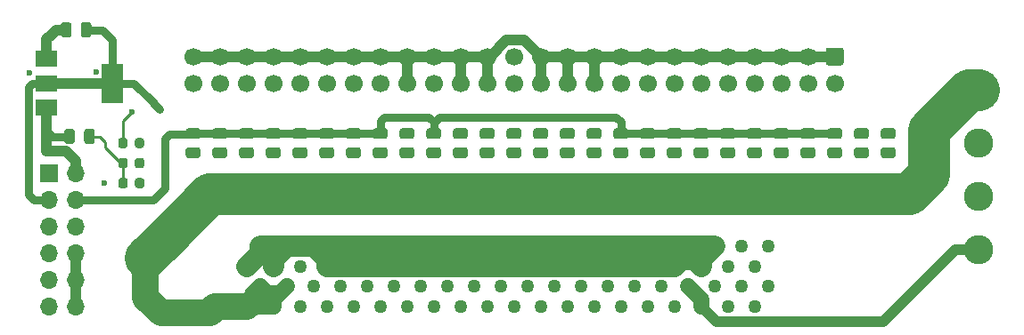
<source format=gbr>
%TF.GenerationSoftware,KiCad,Pcbnew,(5.1.7)-1*%
%TF.CreationDate,2021-02-10T19:53:02+00:00*%
%TF.ProjectId,SCSI to SCA MK5.1,53435349-2074-46f2-9053-4341204d4b35,rev?*%
%TF.SameCoordinates,Original*%
%TF.FileFunction,Copper,L1,Top*%
%TF.FilePolarity,Positive*%
%FSLAX46Y46*%
G04 Gerber Fmt 4.6, Leading zero omitted, Abs format (unit mm)*
G04 Created by KiCad (PCBNEW (5.1.7)-1) date 2021-02-10 19:53:02*
%MOMM*%
%LPD*%
G01*
G04 APERTURE LIST*
%TA.AperFunction,ComponentPad*%
%ADD10O,1.700000X1.700000*%
%TD*%
%TA.AperFunction,ComponentPad*%
%ADD11R,1.700000X1.700000*%
%TD*%
%TA.AperFunction,SMDPad,CuDef*%
%ADD12R,2.000000X1.500000*%
%TD*%
%TA.AperFunction,SMDPad,CuDef*%
%ADD13R,2.000000X3.800000*%
%TD*%
%TA.AperFunction,ComponentPad*%
%ADD14C,1.700000*%
%TD*%
%TA.AperFunction,ComponentPad*%
%ADD15C,2.780000*%
%TD*%
%TA.AperFunction,ComponentPad*%
%ADD16R,2.780000X2.780000*%
%TD*%
%TA.AperFunction,ComponentPad*%
%ADD17C,1.270000*%
%TD*%
%TA.AperFunction,ViaPad*%
%ADD18C,0.800000*%
%TD*%
%TA.AperFunction,ViaPad*%
%ADD19C,0.600000*%
%TD*%
%TA.AperFunction,Conductor*%
%ADD20C,0.750000*%
%TD*%
%TA.AperFunction,Conductor*%
%ADD21C,1.000000*%
%TD*%
%TA.AperFunction,Conductor*%
%ADD22C,0.250000*%
%TD*%
%TA.AperFunction,Conductor*%
%ADD23C,1.500000*%
%TD*%
%TA.AperFunction,Conductor*%
%ADD24C,2.000000*%
%TD*%
%TA.AperFunction,Conductor*%
%ADD25C,4.000000*%
%TD*%
%TA.AperFunction,Conductor*%
%ADD26C,2.500000*%
%TD*%
G04 APERTURE END LIST*
D10*
%TO.P,J2,12*%
%TO.N,GND*%
X35179000Y-147637500D03*
%TO.P,J2,11*%
%TO.N,/ID2*%
X32639000Y-147637500D03*
%TO.P,J2,10*%
%TO.N,GND*%
X35179000Y-145097500D03*
%TO.P,J2,9*%
%TO.N,/ID1*%
X32639000Y-145097500D03*
%TO.P,J2,8*%
%TO.N,GND*%
X35179000Y-142557500D03*
%TO.P,J2,7*%
%TO.N,/ID0*%
X32639000Y-142557500D03*
%TO.P,J2,6*%
%TO.N,Net-(J2-Pad6)*%
X35179000Y-140017500D03*
%TO.P,J2,5*%
%TO.N,/LED_T*%
X32639000Y-140017500D03*
%TO.P,J2,4*%
%TO.N,/TERMPWR_8BIT*%
X35179000Y-137477500D03*
%TO.P,J2,3*%
%TO.N,/TERMPWR_REG*%
X32639000Y-137477500D03*
%TO.P,J2,2*%
%TO.N,/TERMPWR*%
X35179000Y-134937500D03*
D11*
%TO.P,J2,1*%
%TO.N,Net-(F1-Pad2)*%
X32639000Y-134937500D03*
%TD*%
D12*
%TO.P,U1,1*%
%TO.N,GND*%
X32410000Y-124065000D03*
%TO.P,U1,3*%
%TO.N,/TERMPWR*%
X32410000Y-128665000D03*
%TO.P,U1,2*%
%TO.N,/TERMPWR_REG*%
X32410000Y-126365000D03*
D13*
X38710000Y-126365000D03*
%TD*%
%TO.P,D3,2*%
%TO.N,Net-(D3-Pad2)*%
%TA.AperFunction,SMDPad,CuDef*%
G36*
G01*
X40837500Y-136146250D02*
X40837500Y-135633750D01*
G75*
G02*
X41056250Y-135415000I218750J0D01*
G01*
X41493750Y-135415000D01*
G75*
G02*
X41712500Y-135633750I0J-218750D01*
G01*
X41712500Y-136146250D01*
G75*
G02*
X41493750Y-136365000I-218750J0D01*
G01*
X41056250Y-136365000D01*
G75*
G02*
X40837500Y-136146250I0J218750D01*
G01*
G37*
%TD.AperFunction*%
%TO.P,D3,1*%
%TO.N,GND*%
%TA.AperFunction,SMDPad,CuDef*%
G36*
G01*
X39262500Y-136146250D02*
X39262500Y-135633750D01*
G75*
G02*
X39481250Y-135415000I218750J0D01*
G01*
X39918750Y-135415000D01*
G75*
G02*
X40137500Y-135633750I0J-218750D01*
G01*
X40137500Y-136146250D01*
G75*
G02*
X39918750Y-136365000I-218750J0D01*
G01*
X39481250Y-136365000D01*
G75*
G02*
X39262500Y-136146250I0J218750D01*
G01*
G37*
%TD.AperFunction*%
%TD*%
%TO.P,R32,2*%
%TO.N,/I-O*%
%TA.AperFunction,SMDPad,CuDef*%
G36*
G01*
X45904998Y-132480000D02*
X46805002Y-132480000D01*
G75*
G02*
X47055000Y-132729998I0J-249998D01*
G01*
X47055000Y-133255002D01*
G75*
G02*
X46805002Y-133505000I-249998J0D01*
G01*
X45904998Y-133505000D01*
G75*
G02*
X45655000Y-133255002I0J249998D01*
G01*
X45655000Y-132729998D01*
G75*
G02*
X45904998Y-132480000I249998J0D01*
G01*
G37*
%TD.AperFunction*%
%TO.P,R32,1*%
%TO.N,/TERMPWR_8BIT*%
%TA.AperFunction,SMDPad,CuDef*%
G36*
G01*
X45904998Y-130655000D02*
X46805002Y-130655000D01*
G75*
G02*
X47055000Y-130904998I0J-249998D01*
G01*
X47055000Y-131430002D01*
G75*
G02*
X46805002Y-131680000I-249998J0D01*
G01*
X45904998Y-131680000D01*
G75*
G02*
X45655000Y-131430002I0J249998D01*
G01*
X45655000Y-130904998D01*
G75*
G02*
X45904998Y-130655000I249998J0D01*
G01*
G37*
%TD.AperFunction*%
%TD*%
%TO.P,R31,2*%
%TO.N,/REQ*%
%TA.AperFunction,SMDPad,CuDef*%
G36*
G01*
X48444998Y-132480000D02*
X49345002Y-132480000D01*
G75*
G02*
X49595000Y-132729998I0J-249998D01*
G01*
X49595000Y-133255002D01*
G75*
G02*
X49345002Y-133505000I-249998J0D01*
G01*
X48444998Y-133505000D01*
G75*
G02*
X48195000Y-133255002I0J249998D01*
G01*
X48195000Y-132729998D01*
G75*
G02*
X48444998Y-132480000I249998J0D01*
G01*
G37*
%TD.AperFunction*%
%TO.P,R31,1*%
%TO.N,/TERMPWR_8BIT*%
%TA.AperFunction,SMDPad,CuDef*%
G36*
G01*
X48444998Y-130655000D02*
X49345002Y-130655000D01*
G75*
G02*
X49595000Y-130904998I0J-249998D01*
G01*
X49595000Y-131430002D01*
G75*
G02*
X49345002Y-131680000I-249998J0D01*
G01*
X48444998Y-131680000D01*
G75*
G02*
X48195000Y-131430002I0J249998D01*
G01*
X48195000Y-130904998D01*
G75*
G02*
X48444998Y-130655000I249998J0D01*
G01*
G37*
%TD.AperFunction*%
%TD*%
%TO.P,R30,2*%
%TO.N,/C-D*%
%TA.AperFunction,SMDPad,CuDef*%
G36*
G01*
X50984998Y-132480000D02*
X51885002Y-132480000D01*
G75*
G02*
X52135000Y-132729998I0J-249998D01*
G01*
X52135000Y-133255002D01*
G75*
G02*
X51885002Y-133505000I-249998J0D01*
G01*
X50984998Y-133505000D01*
G75*
G02*
X50735000Y-133255002I0J249998D01*
G01*
X50735000Y-132729998D01*
G75*
G02*
X50984998Y-132480000I249998J0D01*
G01*
G37*
%TD.AperFunction*%
%TO.P,R30,1*%
%TO.N,/TERMPWR_8BIT*%
%TA.AperFunction,SMDPad,CuDef*%
G36*
G01*
X50984998Y-130655000D02*
X51885002Y-130655000D01*
G75*
G02*
X52135000Y-130904998I0J-249998D01*
G01*
X52135000Y-131430002D01*
G75*
G02*
X51885002Y-131680000I-249998J0D01*
G01*
X50984998Y-131680000D01*
G75*
G02*
X50735000Y-131430002I0J249998D01*
G01*
X50735000Y-130904998D01*
G75*
G02*
X50984998Y-130655000I249998J0D01*
G01*
G37*
%TD.AperFunction*%
%TD*%
%TO.P,R29,2*%
%TO.N,/SEL*%
%TA.AperFunction,SMDPad,CuDef*%
G36*
G01*
X53524998Y-132480000D02*
X54425002Y-132480000D01*
G75*
G02*
X54675000Y-132729998I0J-249998D01*
G01*
X54675000Y-133255002D01*
G75*
G02*
X54425002Y-133505000I-249998J0D01*
G01*
X53524998Y-133505000D01*
G75*
G02*
X53275000Y-133255002I0J249998D01*
G01*
X53275000Y-132729998D01*
G75*
G02*
X53524998Y-132480000I249998J0D01*
G01*
G37*
%TD.AperFunction*%
%TO.P,R29,1*%
%TO.N,/TERMPWR_8BIT*%
%TA.AperFunction,SMDPad,CuDef*%
G36*
G01*
X53524998Y-130655000D02*
X54425002Y-130655000D01*
G75*
G02*
X54675000Y-130904998I0J-249998D01*
G01*
X54675000Y-131430002D01*
G75*
G02*
X54425002Y-131680000I-249998J0D01*
G01*
X53524998Y-131680000D01*
G75*
G02*
X53275000Y-131430002I0J249998D01*
G01*
X53275000Y-130904998D01*
G75*
G02*
X53524998Y-130655000I249998J0D01*
G01*
G37*
%TD.AperFunction*%
%TD*%
%TO.P,R28,2*%
%TO.N,/MSG*%
%TA.AperFunction,SMDPad,CuDef*%
G36*
G01*
X56064998Y-132480000D02*
X56965002Y-132480000D01*
G75*
G02*
X57215000Y-132729998I0J-249998D01*
G01*
X57215000Y-133255002D01*
G75*
G02*
X56965002Y-133505000I-249998J0D01*
G01*
X56064998Y-133505000D01*
G75*
G02*
X55815000Y-133255002I0J249998D01*
G01*
X55815000Y-132729998D01*
G75*
G02*
X56064998Y-132480000I249998J0D01*
G01*
G37*
%TD.AperFunction*%
%TO.P,R28,1*%
%TO.N,/TERMPWR_8BIT*%
%TA.AperFunction,SMDPad,CuDef*%
G36*
G01*
X56064998Y-130655000D02*
X56965002Y-130655000D01*
G75*
G02*
X57215000Y-130904998I0J-249998D01*
G01*
X57215000Y-131430002D01*
G75*
G02*
X56965002Y-131680000I-249998J0D01*
G01*
X56064998Y-131680000D01*
G75*
G02*
X55815000Y-131430002I0J249998D01*
G01*
X55815000Y-130904998D01*
G75*
G02*
X56064998Y-130655000I249998J0D01*
G01*
G37*
%TD.AperFunction*%
%TD*%
%TO.P,R27,2*%
%TO.N,/RST*%
%TA.AperFunction,SMDPad,CuDef*%
G36*
G01*
X58604998Y-132480000D02*
X59505002Y-132480000D01*
G75*
G02*
X59755000Y-132729998I0J-249998D01*
G01*
X59755000Y-133255002D01*
G75*
G02*
X59505002Y-133505000I-249998J0D01*
G01*
X58604998Y-133505000D01*
G75*
G02*
X58355000Y-133255002I0J249998D01*
G01*
X58355000Y-132729998D01*
G75*
G02*
X58604998Y-132480000I249998J0D01*
G01*
G37*
%TD.AperFunction*%
%TO.P,R27,1*%
%TO.N,/TERMPWR_8BIT*%
%TA.AperFunction,SMDPad,CuDef*%
G36*
G01*
X58604998Y-130655000D02*
X59505002Y-130655000D01*
G75*
G02*
X59755000Y-130904998I0J-249998D01*
G01*
X59755000Y-131430002D01*
G75*
G02*
X59505002Y-131680000I-249998J0D01*
G01*
X58604998Y-131680000D01*
G75*
G02*
X58355000Y-131430002I0J249998D01*
G01*
X58355000Y-130904998D01*
G75*
G02*
X58604998Y-130655000I249998J0D01*
G01*
G37*
%TD.AperFunction*%
%TD*%
%TO.P,R26,2*%
%TO.N,/ACK*%
%TA.AperFunction,SMDPad,CuDef*%
G36*
G01*
X61144998Y-132480000D02*
X62045002Y-132480000D01*
G75*
G02*
X62295000Y-132729998I0J-249998D01*
G01*
X62295000Y-133255002D01*
G75*
G02*
X62045002Y-133505000I-249998J0D01*
G01*
X61144998Y-133505000D01*
G75*
G02*
X60895000Y-133255002I0J249998D01*
G01*
X60895000Y-132729998D01*
G75*
G02*
X61144998Y-132480000I249998J0D01*
G01*
G37*
%TD.AperFunction*%
%TO.P,R26,1*%
%TO.N,/TERMPWR_8BIT*%
%TA.AperFunction,SMDPad,CuDef*%
G36*
G01*
X61144998Y-130655000D02*
X62045002Y-130655000D01*
G75*
G02*
X62295000Y-130904998I0J-249998D01*
G01*
X62295000Y-131430002D01*
G75*
G02*
X62045002Y-131680000I-249998J0D01*
G01*
X61144998Y-131680000D01*
G75*
G02*
X60895000Y-131430002I0J249998D01*
G01*
X60895000Y-130904998D01*
G75*
G02*
X61144998Y-130655000I249998J0D01*
G01*
G37*
%TD.AperFunction*%
%TD*%
%TO.P,R25,2*%
%TO.N,/BSY*%
%TA.AperFunction,SMDPad,CuDef*%
G36*
G01*
X63684998Y-132480000D02*
X64585002Y-132480000D01*
G75*
G02*
X64835000Y-132729998I0J-249998D01*
G01*
X64835000Y-133255002D01*
G75*
G02*
X64585002Y-133505000I-249998J0D01*
G01*
X63684998Y-133505000D01*
G75*
G02*
X63435000Y-133255002I0J249998D01*
G01*
X63435000Y-132729998D01*
G75*
G02*
X63684998Y-132480000I249998J0D01*
G01*
G37*
%TD.AperFunction*%
%TO.P,R25,1*%
%TO.N,/TERMPWR_8BIT*%
%TA.AperFunction,SMDPad,CuDef*%
G36*
G01*
X63684998Y-130655000D02*
X64585002Y-130655000D01*
G75*
G02*
X64835000Y-130904998I0J-249998D01*
G01*
X64835000Y-131430002D01*
G75*
G02*
X64585002Y-131680000I-249998J0D01*
G01*
X63684998Y-131680000D01*
G75*
G02*
X63435000Y-131430002I0J249998D01*
G01*
X63435000Y-130904998D01*
G75*
G02*
X63684998Y-130655000I249998J0D01*
G01*
G37*
%TD.AperFunction*%
%TD*%
%TO.P,R24,2*%
%TO.N,/ATN*%
%TA.AperFunction,SMDPad,CuDef*%
G36*
G01*
X68764998Y-132480000D02*
X69665002Y-132480000D01*
G75*
G02*
X69915000Y-132729998I0J-249998D01*
G01*
X69915000Y-133255002D01*
G75*
G02*
X69665002Y-133505000I-249998J0D01*
G01*
X68764998Y-133505000D01*
G75*
G02*
X68515000Y-133255002I0J249998D01*
G01*
X68515000Y-132729998D01*
G75*
G02*
X68764998Y-132480000I249998J0D01*
G01*
G37*
%TD.AperFunction*%
%TO.P,R24,1*%
%TO.N,/TERMPWR_8BIT*%
%TA.AperFunction,SMDPad,CuDef*%
G36*
G01*
X68764998Y-130655000D02*
X69665002Y-130655000D01*
G75*
G02*
X69915000Y-130904998I0J-249998D01*
G01*
X69915000Y-131430002D01*
G75*
G02*
X69665002Y-131680000I-249998J0D01*
G01*
X68764998Y-131680000D01*
G75*
G02*
X68515000Y-131430002I0J249998D01*
G01*
X68515000Y-130904998D01*
G75*
G02*
X68764998Y-130655000I249998J0D01*
G01*
G37*
%TD.AperFunction*%
%TD*%
%TO.P,R23,2*%
%TO.N,/PARITY*%
%TA.AperFunction,SMDPad,CuDef*%
G36*
G01*
X86544998Y-132480000D02*
X87445002Y-132480000D01*
G75*
G02*
X87695000Y-132729998I0J-249998D01*
G01*
X87695000Y-133255002D01*
G75*
G02*
X87445002Y-133505000I-249998J0D01*
G01*
X86544998Y-133505000D01*
G75*
G02*
X86295000Y-133255002I0J249998D01*
G01*
X86295000Y-132729998D01*
G75*
G02*
X86544998Y-132480000I249998J0D01*
G01*
G37*
%TD.AperFunction*%
%TO.P,R23,1*%
%TO.N,/TERMPWR_8BIT*%
%TA.AperFunction,SMDPad,CuDef*%
G36*
G01*
X86544998Y-130655000D02*
X87445002Y-130655000D01*
G75*
G02*
X87695000Y-130904998I0J-249998D01*
G01*
X87695000Y-131430002D01*
G75*
G02*
X87445002Y-131680000I-249998J0D01*
G01*
X86544998Y-131680000D01*
G75*
G02*
X86295000Y-131430002I0J249998D01*
G01*
X86295000Y-130904998D01*
G75*
G02*
X86544998Y-130655000I249998J0D01*
G01*
G37*
%TD.AperFunction*%
%TD*%
%TO.P,R22,2*%
%TO.N,/DBP1*%
%TA.AperFunction,SMDPad,CuDef*%
G36*
G01*
X78924998Y-132480000D02*
X79825002Y-132480000D01*
G75*
G02*
X80075000Y-132729998I0J-249998D01*
G01*
X80075000Y-133255002D01*
G75*
G02*
X79825002Y-133505000I-249998J0D01*
G01*
X78924998Y-133505000D01*
G75*
G02*
X78675000Y-133255002I0J249998D01*
G01*
X78675000Y-132729998D01*
G75*
G02*
X78924998Y-132480000I249998J0D01*
G01*
G37*
%TD.AperFunction*%
%TO.P,R22,1*%
%TO.N,/TERMPWR_REG*%
%TA.AperFunction,SMDPad,CuDef*%
G36*
G01*
X78924998Y-130655000D02*
X79825002Y-130655000D01*
G75*
G02*
X80075000Y-130904998I0J-249998D01*
G01*
X80075000Y-131430002D01*
G75*
G02*
X79825002Y-131680000I-249998J0D01*
G01*
X78924998Y-131680000D01*
G75*
G02*
X78675000Y-131430002I0J249998D01*
G01*
X78675000Y-130904998D01*
G75*
G02*
X78924998Y-130655000I249998J0D01*
G01*
G37*
%TD.AperFunction*%
%TD*%
%TO.P,R21,2*%
%TO.N,/DB15*%
%TA.AperFunction,SMDPad,CuDef*%
G36*
G01*
X81464998Y-132480000D02*
X82365002Y-132480000D01*
G75*
G02*
X82615000Y-132729998I0J-249998D01*
G01*
X82615000Y-133255002D01*
G75*
G02*
X82365002Y-133505000I-249998J0D01*
G01*
X81464998Y-133505000D01*
G75*
G02*
X81215000Y-133255002I0J249998D01*
G01*
X81215000Y-132729998D01*
G75*
G02*
X81464998Y-132480000I249998J0D01*
G01*
G37*
%TD.AperFunction*%
%TO.P,R21,1*%
%TO.N,/TERMPWR_REG*%
%TA.AperFunction,SMDPad,CuDef*%
G36*
G01*
X81464998Y-130655000D02*
X82365002Y-130655000D01*
G75*
G02*
X82615000Y-130904998I0J-249998D01*
G01*
X82615000Y-131430002D01*
G75*
G02*
X82365002Y-131680000I-249998J0D01*
G01*
X81464998Y-131680000D01*
G75*
G02*
X81215000Y-131430002I0J249998D01*
G01*
X81215000Y-130904998D01*
G75*
G02*
X81464998Y-130655000I249998J0D01*
G01*
G37*
%TD.AperFunction*%
%TD*%
%TO.P,R20,2*%
%TO.N,/DB14*%
%TA.AperFunction,SMDPad,CuDef*%
G36*
G01*
X84004998Y-132480000D02*
X84905002Y-132480000D01*
G75*
G02*
X85155000Y-132729998I0J-249998D01*
G01*
X85155000Y-133255002D01*
G75*
G02*
X84905002Y-133505000I-249998J0D01*
G01*
X84004998Y-133505000D01*
G75*
G02*
X83755000Y-133255002I0J249998D01*
G01*
X83755000Y-132729998D01*
G75*
G02*
X84004998Y-132480000I249998J0D01*
G01*
G37*
%TD.AperFunction*%
%TO.P,R20,1*%
%TO.N,/TERMPWR_REG*%
%TA.AperFunction,SMDPad,CuDef*%
G36*
G01*
X84004998Y-130655000D02*
X84905002Y-130655000D01*
G75*
G02*
X85155000Y-130904998I0J-249998D01*
G01*
X85155000Y-131430002D01*
G75*
G02*
X84905002Y-131680000I-249998J0D01*
G01*
X84004998Y-131680000D01*
G75*
G02*
X83755000Y-131430002I0J249998D01*
G01*
X83755000Y-130904998D01*
G75*
G02*
X84004998Y-130655000I249998J0D01*
G01*
G37*
%TD.AperFunction*%
%TD*%
%TO.P,R19,2*%
%TO.N,/DB13*%
%TA.AperFunction,SMDPad,CuDef*%
G36*
G01*
X109404998Y-132480000D02*
X110305002Y-132480000D01*
G75*
G02*
X110555000Y-132729998I0J-249998D01*
G01*
X110555000Y-133255002D01*
G75*
G02*
X110305002Y-133505000I-249998J0D01*
G01*
X109404998Y-133505000D01*
G75*
G02*
X109155000Y-133255002I0J249998D01*
G01*
X109155000Y-132729998D01*
G75*
G02*
X109404998Y-132480000I249998J0D01*
G01*
G37*
%TD.AperFunction*%
%TO.P,R19,1*%
%TO.N,/TERMPWR_REG*%
%TA.AperFunction,SMDPad,CuDef*%
G36*
G01*
X109404998Y-130655000D02*
X110305002Y-130655000D01*
G75*
G02*
X110555000Y-130904998I0J-249998D01*
G01*
X110555000Y-131430002D01*
G75*
G02*
X110305002Y-131680000I-249998J0D01*
G01*
X109404998Y-131680000D01*
G75*
G02*
X109155000Y-131430002I0J249998D01*
G01*
X109155000Y-130904998D01*
G75*
G02*
X109404998Y-130655000I249998J0D01*
G01*
G37*
%TD.AperFunction*%
%TD*%
%TO.P,R18,2*%
%TO.N,/DB12*%
%TA.AperFunction,SMDPad,CuDef*%
G36*
G01*
X111944998Y-132480000D02*
X112845002Y-132480000D01*
G75*
G02*
X113095000Y-132729998I0J-249998D01*
G01*
X113095000Y-133255002D01*
G75*
G02*
X112845002Y-133505000I-249998J0D01*
G01*
X111944998Y-133505000D01*
G75*
G02*
X111695000Y-133255002I0J249998D01*
G01*
X111695000Y-132729998D01*
G75*
G02*
X111944998Y-132480000I249998J0D01*
G01*
G37*
%TD.AperFunction*%
%TO.P,R18,1*%
%TO.N,/TERMPWR_REG*%
%TA.AperFunction,SMDPad,CuDef*%
G36*
G01*
X111944998Y-130655000D02*
X112845002Y-130655000D01*
G75*
G02*
X113095000Y-130904998I0J-249998D01*
G01*
X113095000Y-131430002D01*
G75*
G02*
X112845002Y-131680000I-249998J0D01*
G01*
X111944998Y-131680000D01*
G75*
G02*
X111695000Y-131430002I0J249998D01*
G01*
X111695000Y-130904998D01*
G75*
G02*
X111944998Y-130655000I249998J0D01*
G01*
G37*
%TD.AperFunction*%
%TD*%
%TO.P,R17,2*%
%TO.N,/DB11*%
%TA.AperFunction,SMDPad,CuDef*%
G36*
G01*
X66224998Y-132480000D02*
X67125002Y-132480000D01*
G75*
G02*
X67375000Y-132729998I0J-249998D01*
G01*
X67375000Y-133255002D01*
G75*
G02*
X67125002Y-133505000I-249998J0D01*
G01*
X66224998Y-133505000D01*
G75*
G02*
X65975000Y-133255002I0J249998D01*
G01*
X65975000Y-132729998D01*
G75*
G02*
X66224998Y-132480000I249998J0D01*
G01*
G37*
%TD.AperFunction*%
%TO.P,R17,1*%
%TO.N,/TERMPWR_REG*%
%TA.AperFunction,SMDPad,CuDef*%
G36*
G01*
X66224998Y-130655000D02*
X67125002Y-130655000D01*
G75*
G02*
X67375000Y-130904998I0J-249998D01*
G01*
X67375000Y-131430002D01*
G75*
G02*
X67125002Y-131680000I-249998J0D01*
G01*
X66224998Y-131680000D01*
G75*
G02*
X65975000Y-131430002I0J249998D01*
G01*
X65975000Y-130904998D01*
G75*
G02*
X66224998Y-130655000I249998J0D01*
G01*
G37*
%TD.AperFunction*%
%TD*%
%TO.P,R16,2*%
%TO.N,/DB10*%
%TA.AperFunction,SMDPad,CuDef*%
G36*
G01*
X71304998Y-132480000D02*
X72205002Y-132480000D01*
G75*
G02*
X72455000Y-132729998I0J-249998D01*
G01*
X72455000Y-133255002D01*
G75*
G02*
X72205002Y-133505000I-249998J0D01*
G01*
X71304998Y-133505000D01*
G75*
G02*
X71055000Y-133255002I0J249998D01*
G01*
X71055000Y-132729998D01*
G75*
G02*
X71304998Y-132480000I249998J0D01*
G01*
G37*
%TD.AperFunction*%
%TO.P,R16,1*%
%TO.N,/TERMPWR_REG*%
%TA.AperFunction,SMDPad,CuDef*%
G36*
G01*
X71304998Y-130655000D02*
X72205002Y-130655000D01*
G75*
G02*
X72455000Y-130904998I0J-249998D01*
G01*
X72455000Y-131430002D01*
G75*
G02*
X72205002Y-131680000I-249998J0D01*
G01*
X71304998Y-131680000D01*
G75*
G02*
X71055000Y-131430002I0J249998D01*
G01*
X71055000Y-130904998D01*
G75*
G02*
X71304998Y-130655000I249998J0D01*
G01*
G37*
%TD.AperFunction*%
%TD*%
%TO.P,R15,2*%
%TO.N,/DB9*%
%TA.AperFunction,SMDPad,CuDef*%
G36*
G01*
X73844998Y-132480000D02*
X74745002Y-132480000D01*
G75*
G02*
X74995000Y-132729998I0J-249998D01*
G01*
X74995000Y-133255002D01*
G75*
G02*
X74745002Y-133505000I-249998J0D01*
G01*
X73844998Y-133505000D01*
G75*
G02*
X73595000Y-133255002I0J249998D01*
G01*
X73595000Y-132729998D01*
G75*
G02*
X73844998Y-132480000I249998J0D01*
G01*
G37*
%TD.AperFunction*%
%TO.P,R15,1*%
%TO.N,/TERMPWR_REG*%
%TA.AperFunction,SMDPad,CuDef*%
G36*
G01*
X73844998Y-130655000D02*
X74745002Y-130655000D01*
G75*
G02*
X74995000Y-130904998I0J-249998D01*
G01*
X74995000Y-131430002D01*
G75*
G02*
X74745002Y-131680000I-249998J0D01*
G01*
X73844998Y-131680000D01*
G75*
G02*
X73595000Y-131430002I0J249998D01*
G01*
X73595000Y-130904998D01*
G75*
G02*
X73844998Y-130655000I249998J0D01*
G01*
G37*
%TD.AperFunction*%
%TD*%
%TO.P,R14,2*%
%TO.N,/DB8*%
%TA.AperFunction,SMDPad,CuDef*%
G36*
G01*
X76384998Y-132480000D02*
X77285002Y-132480000D01*
G75*
G02*
X77535000Y-132729998I0J-249998D01*
G01*
X77535000Y-133255002D01*
G75*
G02*
X77285002Y-133505000I-249998J0D01*
G01*
X76384998Y-133505000D01*
G75*
G02*
X76135000Y-133255002I0J249998D01*
G01*
X76135000Y-132729998D01*
G75*
G02*
X76384998Y-132480000I249998J0D01*
G01*
G37*
%TD.AperFunction*%
%TO.P,R14,1*%
%TO.N,/TERMPWR_REG*%
%TA.AperFunction,SMDPad,CuDef*%
G36*
G01*
X76384998Y-130655000D02*
X77285002Y-130655000D01*
G75*
G02*
X77535000Y-130904998I0J-249998D01*
G01*
X77535000Y-131430002D01*
G75*
G02*
X77285002Y-131680000I-249998J0D01*
G01*
X76384998Y-131680000D01*
G75*
G02*
X76135000Y-131430002I0J249998D01*
G01*
X76135000Y-130904998D01*
G75*
G02*
X76384998Y-130655000I249998J0D01*
G01*
G37*
%TD.AperFunction*%
%TD*%
%TO.P,R13,2*%
%TO.N,/DB7*%
%TA.AperFunction,SMDPad,CuDef*%
G36*
G01*
X89084998Y-132480000D02*
X89985002Y-132480000D01*
G75*
G02*
X90235000Y-132729998I0J-249998D01*
G01*
X90235000Y-133255002D01*
G75*
G02*
X89985002Y-133505000I-249998J0D01*
G01*
X89084998Y-133505000D01*
G75*
G02*
X88835000Y-133255002I0J249998D01*
G01*
X88835000Y-132729998D01*
G75*
G02*
X89084998Y-132480000I249998J0D01*
G01*
G37*
%TD.AperFunction*%
%TO.P,R13,1*%
%TO.N,/TERMPWR_8BIT*%
%TA.AperFunction,SMDPad,CuDef*%
G36*
G01*
X89084998Y-130655000D02*
X89985002Y-130655000D01*
G75*
G02*
X90235000Y-130904998I0J-249998D01*
G01*
X90235000Y-131430002D01*
G75*
G02*
X89985002Y-131680000I-249998J0D01*
G01*
X89084998Y-131680000D01*
G75*
G02*
X88835000Y-131430002I0J249998D01*
G01*
X88835000Y-130904998D01*
G75*
G02*
X89084998Y-130655000I249998J0D01*
G01*
G37*
%TD.AperFunction*%
%TD*%
%TO.P,R12,2*%
%TO.N,/DB6*%
%TA.AperFunction,SMDPad,CuDef*%
G36*
G01*
X91624998Y-132480000D02*
X92525002Y-132480000D01*
G75*
G02*
X92775000Y-132729998I0J-249998D01*
G01*
X92775000Y-133255002D01*
G75*
G02*
X92525002Y-133505000I-249998J0D01*
G01*
X91624998Y-133505000D01*
G75*
G02*
X91375000Y-133255002I0J249998D01*
G01*
X91375000Y-132729998D01*
G75*
G02*
X91624998Y-132480000I249998J0D01*
G01*
G37*
%TD.AperFunction*%
%TO.P,R12,1*%
%TO.N,/TERMPWR_8BIT*%
%TA.AperFunction,SMDPad,CuDef*%
G36*
G01*
X91624998Y-130655000D02*
X92525002Y-130655000D01*
G75*
G02*
X92775000Y-130904998I0J-249998D01*
G01*
X92775000Y-131430002D01*
G75*
G02*
X92525002Y-131680000I-249998J0D01*
G01*
X91624998Y-131680000D01*
G75*
G02*
X91375000Y-131430002I0J249998D01*
G01*
X91375000Y-130904998D01*
G75*
G02*
X91624998Y-130655000I249998J0D01*
G01*
G37*
%TD.AperFunction*%
%TD*%
%TO.P,R11,2*%
%TO.N,/DB5*%
%TA.AperFunction,SMDPad,CuDef*%
G36*
G01*
X94164998Y-132480000D02*
X95065002Y-132480000D01*
G75*
G02*
X95315000Y-132729998I0J-249998D01*
G01*
X95315000Y-133255002D01*
G75*
G02*
X95065002Y-133505000I-249998J0D01*
G01*
X94164998Y-133505000D01*
G75*
G02*
X93915000Y-133255002I0J249998D01*
G01*
X93915000Y-132729998D01*
G75*
G02*
X94164998Y-132480000I249998J0D01*
G01*
G37*
%TD.AperFunction*%
%TO.P,R11,1*%
%TO.N,/TERMPWR_8BIT*%
%TA.AperFunction,SMDPad,CuDef*%
G36*
G01*
X94164998Y-130655000D02*
X95065002Y-130655000D01*
G75*
G02*
X95315000Y-130904998I0J-249998D01*
G01*
X95315000Y-131430002D01*
G75*
G02*
X95065002Y-131680000I-249998J0D01*
G01*
X94164998Y-131680000D01*
G75*
G02*
X93915000Y-131430002I0J249998D01*
G01*
X93915000Y-130904998D01*
G75*
G02*
X94164998Y-130655000I249998J0D01*
G01*
G37*
%TD.AperFunction*%
%TD*%
%TO.P,R10,2*%
%TO.N,/DB4*%
%TA.AperFunction,SMDPad,CuDef*%
G36*
G01*
X96704998Y-132480000D02*
X97605002Y-132480000D01*
G75*
G02*
X97855000Y-132729998I0J-249998D01*
G01*
X97855000Y-133255002D01*
G75*
G02*
X97605002Y-133505000I-249998J0D01*
G01*
X96704998Y-133505000D01*
G75*
G02*
X96455000Y-133255002I0J249998D01*
G01*
X96455000Y-132729998D01*
G75*
G02*
X96704998Y-132480000I249998J0D01*
G01*
G37*
%TD.AperFunction*%
%TO.P,R10,1*%
%TO.N,/TERMPWR_8BIT*%
%TA.AperFunction,SMDPad,CuDef*%
G36*
G01*
X96704998Y-130655000D02*
X97605002Y-130655000D01*
G75*
G02*
X97855000Y-130904998I0J-249998D01*
G01*
X97855000Y-131430002D01*
G75*
G02*
X97605002Y-131680000I-249998J0D01*
G01*
X96704998Y-131680000D01*
G75*
G02*
X96455000Y-131430002I0J249998D01*
G01*
X96455000Y-130904998D01*
G75*
G02*
X96704998Y-130655000I249998J0D01*
G01*
G37*
%TD.AperFunction*%
%TD*%
%TO.P,R9,2*%
%TO.N,/DB3*%
%TA.AperFunction,SMDPad,CuDef*%
G36*
G01*
X99244998Y-132480000D02*
X100145002Y-132480000D01*
G75*
G02*
X100395000Y-132729998I0J-249998D01*
G01*
X100395000Y-133255002D01*
G75*
G02*
X100145002Y-133505000I-249998J0D01*
G01*
X99244998Y-133505000D01*
G75*
G02*
X98995000Y-133255002I0J249998D01*
G01*
X98995000Y-132729998D01*
G75*
G02*
X99244998Y-132480000I249998J0D01*
G01*
G37*
%TD.AperFunction*%
%TO.P,R9,1*%
%TO.N,/TERMPWR_8BIT*%
%TA.AperFunction,SMDPad,CuDef*%
G36*
G01*
X99244998Y-130655000D02*
X100145002Y-130655000D01*
G75*
G02*
X100395000Y-130904998I0J-249998D01*
G01*
X100395000Y-131430002D01*
G75*
G02*
X100145002Y-131680000I-249998J0D01*
G01*
X99244998Y-131680000D01*
G75*
G02*
X98995000Y-131430002I0J249998D01*
G01*
X98995000Y-130904998D01*
G75*
G02*
X99244998Y-130655000I249998J0D01*
G01*
G37*
%TD.AperFunction*%
%TD*%
%TO.P,R8,2*%
%TO.N,/DB2*%
%TA.AperFunction,SMDPad,CuDef*%
G36*
G01*
X101784998Y-132480000D02*
X102685002Y-132480000D01*
G75*
G02*
X102935000Y-132729998I0J-249998D01*
G01*
X102935000Y-133255002D01*
G75*
G02*
X102685002Y-133505000I-249998J0D01*
G01*
X101784998Y-133505000D01*
G75*
G02*
X101535000Y-133255002I0J249998D01*
G01*
X101535000Y-132729998D01*
G75*
G02*
X101784998Y-132480000I249998J0D01*
G01*
G37*
%TD.AperFunction*%
%TO.P,R8,1*%
%TO.N,/TERMPWR_8BIT*%
%TA.AperFunction,SMDPad,CuDef*%
G36*
G01*
X101784998Y-130655000D02*
X102685002Y-130655000D01*
G75*
G02*
X102935000Y-130904998I0J-249998D01*
G01*
X102935000Y-131430002D01*
G75*
G02*
X102685002Y-131680000I-249998J0D01*
G01*
X101784998Y-131680000D01*
G75*
G02*
X101535000Y-131430002I0J249998D01*
G01*
X101535000Y-130904998D01*
G75*
G02*
X101784998Y-130655000I249998J0D01*
G01*
G37*
%TD.AperFunction*%
%TD*%
%TO.P,R7,2*%
%TO.N,/DB1*%
%TA.AperFunction,SMDPad,CuDef*%
G36*
G01*
X104324998Y-132480000D02*
X105225002Y-132480000D01*
G75*
G02*
X105475000Y-132729998I0J-249998D01*
G01*
X105475000Y-133255002D01*
G75*
G02*
X105225002Y-133505000I-249998J0D01*
G01*
X104324998Y-133505000D01*
G75*
G02*
X104075000Y-133255002I0J249998D01*
G01*
X104075000Y-132729998D01*
G75*
G02*
X104324998Y-132480000I249998J0D01*
G01*
G37*
%TD.AperFunction*%
%TO.P,R7,1*%
%TO.N,/TERMPWR_8BIT*%
%TA.AperFunction,SMDPad,CuDef*%
G36*
G01*
X104324998Y-130655000D02*
X105225002Y-130655000D01*
G75*
G02*
X105475000Y-130904998I0J-249998D01*
G01*
X105475000Y-131430002D01*
G75*
G02*
X105225002Y-131680000I-249998J0D01*
G01*
X104324998Y-131680000D01*
G75*
G02*
X104075000Y-131430002I0J249998D01*
G01*
X104075000Y-130904998D01*
G75*
G02*
X104324998Y-130655000I249998J0D01*
G01*
G37*
%TD.AperFunction*%
%TD*%
%TO.P,R6,2*%
%TO.N,/DB0*%
%TA.AperFunction,SMDPad,CuDef*%
G36*
G01*
X106864998Y-132480000D02*
X107765002Y-132480000D01*
G75*
G02*
X108015000Y-132729998I0J-249998D01*
G01*
X108015000Y-133255002D01*
G75*
G02*
X107765002Y-133505000I-249998J0D01*
G01*
X106864998Y-133505000D01*
G75*
G02*
X106615000Y-133255002I0J249998D01*
G01*
X106615000Y-132729998D01*
G75*
G02*
X106864998Y-132480000I249998J0D01*
G01*
G37*
%TD.AperFunction*%
%TO.P,R6,1*%
%TO.N,/TERMPWR_8BIT*%
%TA.AperFunction,SMDPad,CuDef*%
G36*
G01*
X106864998Y-130655000D02*
X107765002Y-130655000D01*
G75*
G02*
X108015000Y-130904998I0J-249998D01*
G01*
X108015000Y-131430002D01*
G75*
G02*
X107765002Y-131680000I-249998J0D01*
G01*
X106864998Y-131680000D01*
G75*
G02*
X106615000Y-131430002I0J249998D01*
G01*
X106615000Y-130904998D01*
G75*
G02*
X106864998Y-130655000I249998J0D01*
G01*
G37*
%TD.AperFunction*%
%TD*%
D14*
%TO.P,J4,50*%
%TO.N,/I-O*%
X46355000Y-126365000D03*
%TO.P,J4,48*%
%TO.N,/REQ*%
X48895000Y-126365000D03*
%TO.P,J4,46*%
%TO.N,/C-D*%
X51435000Y-126365000D03*
%TO.P,J4,44*%
%TO.N,/SEL*%
X53975000Y-126365000D03*
%TO.P,J4,42*%
%TO.N,/MSG*%
X56515000Y-126365000D03*
%TO.P,J4,40*%
%TO.N,/RST*%
X59055000Y-126365000D03*
%TO.P,J4,38*%
%TO.N,/ACK*%
X61595000Y-126365000D03*
%TO.P,J4,36*%
%TO.N,/BSY*%
X64135000Y-126365000D03*
%TO.P,J4,34*%
%TO.N,GND*%
X66675000Y-126365000D03*
%TO.P,J4,32*%
%TO.N,/ATN*%
X69215000Y-126365000D03*
%TO.P,J4,30*%
%TO.N,GND*%
X71755000Y-126365000D03*
%TO.P,J4,28*%
X74295000Y-126365000D03*
%TO.P,J4,26*%
%TO.N,Net-(J4-Pad26)*%
X76835000Y-126365000D03*
%TO.P,J4,24*%
%TO.N,GND*%
X79375000Y-126365000D03*
%TO.P,J4,22*%
X81915000Y-126365000D03*
%TO.P,J4,20*%
X84455000Y-126365000D03*
%TO.P,J4,18*%
%TO.N,/PARITY*%
X86995000Y-126365000D03*
%TO.P,J4,16*%
%TO.N,/DB7*%
X89535000Y-126365000D03*
%TO.P,J4,14*%
%TO.N,/DB6*%
X92075000Y-126365000D03*
%TO.P,J4,12*%
%TO.N,/DB5*%
X94615000Y-126365000D03*
%TO.P,J4,10*%
%TO.N,/DB4*%
X97155000Y-126365000D03*
%TO.P,J4,8*%
%TO.N,/DB3*%
X99695000Y-126365000D03*
%TO.P,J4,6*%
%TO.N,/DB2*%
X102235000Y-126365000D03*
%TO.P,J4,4*%
%TO.N,/DB1*%
X104775000Y-126365000D03*
%TO.P,J4,2*%
%TO.N,/DB0*%
X107315000Y-126365000D03*
%TO.P,J4,49*%
%TO.N,GND*%
X46355000Y-123825000D03*
%TO.P,J4,47*%
X48895000Y-123825000D03*
%TO.P,J4,45*%
X51435000Y-123825000D03*
%TO.P,J4,43*%
X53975000Y-123825000D03*
%TO.P,J4,41*%
X56515000Y-123825000D03*
%TO.P,J4,39*%
X59055000Y-123825000D03*
%TO.P,J4,37*%
X61595000Y-123825000D03*
%TO.P,J4,35*%
X64135000Y-123825000D03*
%TO.P,J4,33*%
X66675000Y-123825000D03*
%TO.P,J4,31*%
X69215000Y-123825000D03*
%TO.P,J4,29*%
X71755000Y-123825000D03*
%TO.P,J4,27*%
X74295000Y-123825000D03*
%TO.P,J4,25*%
%TO.N,Net-(J4-Pad25)*%
X76835000Y-123825000D03*
%TO.P,J4,23*%
%TO.N,GND*%
X79375000Y-123825000D03*
%TO.P,J4,21*%
X81915000Y-123825000D03*
%TO.P,J4,19*%
X84455000Y-123825000D03*
%TO.P,J4,17*%
X86995000Y-123825000D03*
%TO.P,J4,15*%
X89535000Y-123825000D03*
%TO.P,J4,13*%
X92075000Y-123825000D03*
%TO.P,J4,11*%
X94615000Y-123825000D03*
%TO.P,J4,9*%
X97155000Y-123825000D03*
%TO.P,J4,7*%
X99695000Y-123825000D03*
%TO.P,J4,5*%
X102235000Y-123825000D03*
%TO.P,J4,3*%
X104775000Y-123825000D03*
%TO.P,J4,1*%
%TA.AperFunction,ComponentPad*%
G36*
G01*
X106715000Y-122975000D02*
X107915000Y-122975000D01*
G75*
G02*
X108165000Y-123225000I0J-250000D01*
G01*
X108165000Y-124425000D01*
G75*
G02*
X107915000Y-124675000I-250000J0D01*
G01*
X106715000Y-124675000D01*
G75*
G02*
X106465000Y-124425000I0J250000D01*
G01*
X106465000Y-123225000D01*
G75*
G02*
X106715000Y-122975000I250000J0D01*
G01*
G37*
%TD.AperFunction*%
%TD*%
D15*
%TO.P,J3,4*%
%TO.N,+5V*%
X121000000Y-142240000D03*
%TO.P,J3,3*%
%TO.N,GND*%
X121000000Y-137160000D03*
%TO.P,J3,2*%
X121000000Y-132080000D03*
D16*
%TO.P,J3,1*%
%TO.N,+12V*%
X121000000Y-127000000D03*
%TD*%
%TO.P,D2,2*%
%TO.N,Net-(D2-Pad2)*%
%TA.AperFunction,SMDPad,CuDef*%
G36*
G01*
X40837500Y-134241250D02*
X40837500Y-133728750D01*
G75*
G02*
X41056250Y-133510000I218750J0D01*
G01*
X41493750Y-133510000D01*
G75*
G02*
X41712500Y-133728750I0J-218750D01*
G01*
X41712500Y-134241250D01*
G75*
G02*
X41493750Y-134460000I-218750J0D01*
G01*
X41056250Y-134460000D01*
G75*
G02*
X40837500Y-134241250I0J218750D01*
G01*
G37*
%TD.AperFunction*%
%TO.P,D2,1*%
%TO.N,GND*%
%TA.AperFunction,SMDPad,CuDef*%
G36*
G01*
X39262500Y-134241250D02*
X39262500Y-133728750D01*
G75*
G02*
X39481250Y-133510000I218750J0D01*
G01*
X39918750Y-133510000D01*
G75*
G02*
X40137500Y-133728750I0J-218750D01*
G01*
X40137500Y-134241250D01*
G75*
G02*
X39918750Y-134460000I-218750J0D01*
G01*
X39481250Y-134460000D01*
G75*
G02*
X39262500Y-134241250I0J218750D01*
G01*
G37*
%TD.AperFunction*%
%TD*%
%TO.P,D1,2*%
%TO.N,Net-(D1-Pad2)*%
%TA.AperFunction,SMDPad,CuDef*%
G36*
G01*
X40125000Y-131823750D02*
X40125000Y-132336250D01*
G75*
G02*
X39906250Y-132555000I-218750J0D01*
G01*
X39468750Y-132555000D01*
G75*
G02*
X39250000Y-132336250I0J218750D01*
G01*
X39250000Y-131823750D01*
G75*
G02*
X39468750Y-131605000I218750J0D01*
G01*
X39906250Y-131605000D01*
G75*
G02*
X40125000Y-131823750I0J-218750D01*
G01*
G37*
%TD.AperFunction*%
%TO.P,D1,1*%
%TO.N,Net-(D1-Pad1)*%
%TA.AperFunction,SMDPad,CuDef*%
G36*
G01*
X41700000Y-131823750D02*
X41700000Y-132336250D01*
G75*
G02*
X41481250Y-132555000I-218750J0D01*
G01*
X41043750Y-132555000D01*
G75*
G02*
X40825000Y-132336250I0J218750D01*
G01*
X40825000Y-131823750D01*
G75*
G02*
X41043750Y-131605000I218750J0D01*
G01*
X41481250Y-131605000D01*
G75*
G02*
X41700000Y-131823750I0J-218750D01*
G01*
G37*
%TD.AperFunction*%
%TD*%
%TO.P,C2,2*%
%TO.N,GND*%
%TA.AperFunction,SMDPad,CuDef*%
G36*
G01*
X34795000Y-120810000D02*
X34795000Y-121760000D01*
G75*
G02*
X34545000Y-122010000I-250000J0D01*
G01*
X34045000Y-122010000D01*
G75*
G02*
X33795000Y-121760000I0J250000D01*
G01*
X33795000Y-120810000D01*
G75*
G02*
X34045000Y-120560000I250000J0D01*
G01*
X34545000Y-120560000D01*
G75*
G02*
X34795000Y-120810000I0J-250000D01*
G01*
G37*
%TD.AperFunction*%
%TO.P,C2,1*%
%TO.N,/TERMPWR_REG*%
%TA.AperFunction,SMDPad,CuDef*%
G36*
G01*
X36695000Y-120810000D02*
X36695000Y-121760000D01*
G75*
G02*
X36445000Y-122010000I-250000J0D01*
G01*
X35945000Y-122010000D01*
G75*
G02*
X35695000Y-121760000I0J250000D01*
G01*
X35695000Y-120810000D01*
G75*
G02*
X35945000Y-120560000I250000J0D01*
G01*
X36445000Y-120560000D01*
G75*
G02*
X36695000Y-120810000I0J-250000D01*
G01*
G37*
%TD.AperFunction*%
%TD*%
%TO.P,C1,2*%
%TO.N,GND*%
%TA.AperFunction,SMDPad,CuDef*%
G36*
G01*
X36010000Y-131920000D02*
X36010000Y-130970000D01*
G75*
G02*
X36260000Y-130720000I250000J0D01*
G01*
X36760000Y-130720000D01*
G75*
G02*
X37010000Y-130970000I0J-250000D01*
G01*
X37010000Y-131920000D01*
G75*
G02*
X36760000Y-132170000I-250000J0D01*
G01*
X36260000Y-132170000D01*
G75*
G02*
X36010000Y-131920000I0J250000D01*
G01*
G37*
%TD.AperFunction*%
%TO.P,C1,1*%
%TO.N,/TERMPWR*%
%TA.AperFunction,SMDPad,CuDef*%
G36*
G01*
X34110000Y-131920000D02*
X34110000Y-130970000D01*
G75*
G02*
X34360000Y-130720000I250000J0D01*
G01*
X34860000Y-130720000D01*
G75*
G02*
X35110000Y-130970000I0J-250000D01*
G01*
X35110000Y-131920000D01*
G75*
G02*
X34860000Y-132170000I-250000J0D01*
G01*
X34360000Y-132170000D01*
G75*
G02*
X34110000Y-131920000I0J250000D01*
G01*
G37*
%TD.AperFunction*%
%TD*%
D17*
%TO.P,J1,41*%
%TO.N,GND*%
X51435000Y-143823000D03*
%TO.P,J1,42*%
X52705000Y-141913000D03*
%TO.P,J1,43*%
X53975000Y-143823000D03*
%TO.P,J1,44*%
X55245000Y-141913000D03*
%TO.P,J1,45*%
%TO.N,Net-(J1-Pad45)*%
X56515000Y-143823000D03*
%TO.P,J1,46*%
%TO.N,GND*%
X57785000Y-141913000D03*
%TO.P,J1,47*%
X59055000Y-143823000D03*
%TO.P,J1,48*%
X60325000Y-141913000D03*
%TO.P,J1,49*%
X61595000Y-143823000D03*
%TO.P,J1,50*%
X62865000Y-141913000D03*
%TO.P,J1,51*%
X64135000Y-143823000D03*
%TO.P,J1,52*%
X65405000Y-141913000D03*
%TO.P,J1,53*%
X66675000Y-143823000D03*
%TO.P,J1,54*%
X67945000Y-141913000D03*
%TO.P,J1,55*%
X69215000Y-143823000D03*
%TO.P,J1,56*%
X70485000Y-141913000D03*
%TO.P,J1,57*%
X71755000Y-143823000D03*
%TO.P,J1,58*%
X73025000Y-141913000D03*
%TO.P,J1,59*%
X74295000Y-143823000D03*
%TO.P,J1,60*%
X75565000Y-141913000D03*
%TO.P,J1,61*%
X76835000Y-143823000D03*
%TO.P,J1,62*%
X78105000Y-141913000D03*
%TO.P,J1,63*%
X79375000Y-143823000D03*
%TO.P,J1,64*%
X80645000Y-141913000D03*
%TO.P,J1,65*%
X81915000Y-143823000D03*
%TO.P,J1,66*%
X83185000Y-141913000D03*
%TO.P,J1,67*%
X84455000Y-143823000D03*
%TO.P,J1,68*%
X85725000Y-141913000D03*
%TO.P,J1,69*%
X86995000Y-143823000D03*
%TO.P,J1,70*%
X88265000Y-141913000D03*
%TO.P,J1,71*%
X89535000Y-143823000D03*
%TO.P,J1,72*%
X90805000Y-141913000D03*
%TO.P,J1,73*%
X92075000Y-143823000D03*
%TO.P,J1,74*%
X93345000Y-141913000D03*
%TO.P,J1,75*%
X94615000Y-143823000D03*
%TO.P,J1,76*%
X95885000Y-141913000D03*
%TO.P,J1,77*%
%TO.N,/LED*%
X97155000Y-143823000D03*
%TO.P,J1,78*%
%TO.N,Net-(J1-Pad78)*%
X98425000Y-141913000D03*
%TO.P,J1,79*%
%TO.N,/ID1*%
X99695000Y-143823000D03*
%TO.P,J1,80*%
%TO.N,Net-(J1-Pad80)*%
X100965000Y-141913000D03*
%TO.P,J1,1*%
%TO.N,+12V*%
X51435000Y-147643000D03*
%TO.P,J1,2*%
X52705000Y-145733000D03*
%TO.P,J1,3*%
X53975000Y-147643000D03*
%TO.P,J1,4*%
X55245000Y-145733000D03*
%TO.P,J1,5*%
%TO.N,Net-(J1-Pad5)*%
X56515000Y-147643000D03*
%TO.P,J1,6*%
%TO.N,Net-(J1-Pad6)*%
X57785000Y-145733000D03*
%TO.P,J1,7*%
%TO.N,/DB11*%
X59055000Y-147643000D03*
%TO.P,J1,8*%
%TO.N,/DB10*%
X60325000Y-145733000D03*
%TO.P,J1,9*%
%TO.N,/DB9*%
X61595000Y-147643000D03*
%TO.P,J1,10*%
%TO.N,/DB8*%
X62865000Y-145733000D03*
%TO.P,J1,11*%
%TO.N,/I-O*%
X64135000Y-147643000D03*
%TO.P,J1,12*%
%TO.N,/REQ*%
X65405000Y-145733000D03*
%TO.P,J1,13*%
%TO.N,/C-D*%
X66675000Y-147643000D03*
%TO.P,J1,14*%
%TO.N,/SEL*%
X67945000Y-145733000D03*
%TO.P,J1,15*%
%TO.N,/MSG*%
X69215000Y-147643000D03*
%TO.P,J1,16*%
%TO.N,/RST*%
X70485000Y-145733000D03*
%TO.P,J1,17*%
%TO.N,/ACK*%
X71755000Y-147643000D03*
%TO.P,J1,18*%
%TO.N,/BSY*%
X73025000Y-145733000D03*
%TO.P,J1,19*%
%TO.N,/ATN*%
X74295000Y-147643000D03*
%TO.P,J1,20*%
%TO.N,/PARITY*%
X75565000Y-145733000D03*
%TO.P,J1,21*%
%TO.N,/DB7*%
X76835000Y-147643000D03*
%TO.P,J1,22*%
%TO.N,/DB6*%
X78105000Y-145733000D03*
%TO.P,J1,23*%
%TO.N,/DB5*%
X79375000Y-147643000D03*
%TO.P,J1,24*%
%TO.N,/DB4*%
X80645000Y-145733000D03*
%TO.P,J1,25*%
%TO.N,/DB3*%
X81915000Y-147643000D03*
%TO.P,J1,26*%
%TO.N,/DB2*%
X83185000Y-145733000D03*
%TO.P,J1,27*%
%TO.N,/DB1*%
X84455000Y-147643000D03*
%TO.P,J1,28*%
%TO.N,/DB0*%
X85725000Y-145733000D03*
%TO.P,J1,29*%
%TO.N,/DBP1*%
X86995000Y-147643000D03*
%TO.P,J1,30*%
%TO.N,/DB15*%
X88265000Y-145733000D03*
%TO.P,J1,31*%
%TO.N,/DB14*%
X89535000Y-147643000D03*
%TO.P,J1,32*%
%TO.N,/DB13*%
X90805000Y-145733000D03*
%TO.P,J1,33*%
%TO.N,/DB12*%
X92075000Y-147643000D03*
%TO.P,J1,34*%
%TO.N,+5V*%
X93345000Y-145733000D03*
%TO.P,J1,35*%
X94615000Y-147643000D03*
%TO.P,J1,36*%
%TO.N,Net-(J1-Pad36)*%
X95885000Y-145733000D03*
%TO.P,J1,37*%
%TO.N,Net-(J1-Pad37)*%
X97155000Y-147643000D03*
%TO.P,J1,38*%
%TO.N,Net-(J1-Pad38)*%
X98425000Y-145733000D03*
%TO.P,J1,39*%
%TO.N,/ID0*%
X99695000Y-147643000D03*
%TO.P,J1,40*%
%TO.N,/ID2*%
X100965000Y-145733000D03*
%TD*%
D18*
%TO.N,GND*%
X36512500Y-131445000D03*
X32893000Y-121729500D03*
X34295000Y-121285000D03*
D19*
X37958760Y-135891000D03*
%TO.N,/TERMPWR_REG*%
X66673100Y-131167500D03*
X71753100Y-131167500D03*
X74293100Y-131167500D03*
X76833100Y-131167500D03*
X79373100Y-131167500D03*
X81913100Y-131167500D03*
X84453100Y-131167500D03*
X109853100Y-131167500D03*
X112395000Y-131165600D03*
D18*
X42561510Y-128223010D03*
X43159680Y-128833880D03*
D19*
%TO.N,Net-(D1-Pad2)*%
X40576500Y-129095500D03*
X37124640Y-125308360D03*
%TO.N,Net-(D1-Pad1)*%
X41275000Y-132080000D03*
%TO.N,Net-(D2-Pad2)*%
X41275000Y-133985000D03*
%TO.N,/LED*%
X30797500Y-125412500D03*
%TO.N,+12V*%
X41846500Y-143002000D03*
%TO.N,/DB11*%
X66675000Y-132969000D03*
%TO.N,/DB10*%
X71755000Y-132969000D03*
%TO.N,/DB9*%
X74295000Y-132969000D03*
%TO.N,/DB8*%
X76835000Y-132969000D03*
%TO.N,/I-O*%
X46355000Y-132969000D03*
%TO.N,/REQ*%
X48895000Y-132969000D03*
%TO.N,/C-D*%
X51435000Y-132969000D03*
%TO.N,/SEL*%
X53975000Y-132969000D03*
%TO.N,/MSG*%
X56515000Y-132969000D03*
%TO.N,/RST*%
X59055000Y-132969000D03*
%TO.N,/ACK*%
X61595000Y-132969000D03*
%TO.N,/BSY*%
X64135000Y-132969000D03*
%TO.N,/ATN*%
X69215000Y-132969000D03*
%TO.N,/PARITY*%
X86995000Y-132969000D03*
%TO.N,/DB7*%
X89535000Y-132969000D03*
%TO.N,/DB6*%
X92075000Y-132969000D03*
%TO.N,/DB5*%
X94615000Y-132969000D03*
%TO.N,/DB4*%
X97155000Y-132969000D03*
%TO.N,/DB3*%
X99695000Y-132969000D03*
%TO.N,/DB2*%
X102235000Y-132969000D03*
%TO.N,/DB1*%
X104775000Y-132969000D03*
%TO.N,/DB0*%
X107315000Y-132969000D03*
%TO.N,/DBP1*%
X79375000Y-132969000D03*
%TO.N,/DB15*%
X81915000Y-132969000D03*
%TO.N,/DB14*%
X84455000Y-132969000D03*
%TO.N,/DB13*%
X109855000Y-132969000D03*
%TO.N,/DB12*%
X112395000Y-132969000D03*
%TO.N,Net-(D3-Pad2)*%
X41338500Y-135890000D03*
%TD*%
D20*
%TO.N,GND*%
X34295000Y-121285000D02*
X34295000Y-121285000D01*
D21*
X32893000Y-121729500D02*
X32410000Y-122212500D01*
X32410000Y-122212500D02*
X32410000Y-124065000D01*
D22*
X39700000Y-135890000D02*
X39700000Y-133985000D01*
X39700000Y-133985000D02*
X39497000Y-133985000D01*
X39497000Y-133985000D02*
X38036500Y-132524500D01*
X38036500Y-132524500D02*
X38036500Y-132016500D01*
X37465000Y-131445000D02*
X36510000Y-131445000D01*
X38036500Y-132016500D02*
X37465000Y-131445000D01*
D23*
X89535000Y-143183000D02*
X90805000Y-141913000D01*
X85725000Y-142553000D02*
X86995000Y-143823000D01*
D24*
X92075000Y-143183000D02*
X93345000Y-141913000D01*
X92075000Y-143183000D02*
X90805000Y-141913000D01*
X92075000Y-143823000D02*
X92075000Y-143183000D01*
X90805000Y-142553000D02*
X89535000Y-143823000D01*
X90805000Y-141913000D02*
X90805000Y-142553000D01*
X89535000Y-143183000D02*
X88265000Y-141913000D01*
X89535000Y-143823000D02*
X89535000Y-143183000D01*
X88265000Y-141913000D02*
X86995000Y-143183000D01*
X86995000Y-143183000D02*
X85725000Y-141913000D01*
X86995000Y-143823000D02*
X86995000Y-143183000D01*
X93345000Y-142553000D02*
X94615000Y-143823000D01*
X93345000Y-141913000D02*
X93345000Y-142553000D01*
X85725000Y-142553000D02*
X84455000Y-143823000D01*
X85725000Y-141913000D02*
X85725000Y-142553000D01*
X84455000Y-143183000D02*
X83185000Y-141913000D01*
X84455000Y-143823000D02*
X84455000Y-143183000D01*
X83185000Y-142553000D02*
X81915000Y-143823000D01*
X83185000Y-141913000D02*
X83185000Y-142553000D01*
X81915000Y-143183000D02*
X80645000Y-141913000D01*
X81915000Y-143823000D02*
X81915000Y-143183000D01*
X80645000Y-142553000D02*
X79375000Y-143823000D01*
X80645000Y-141913000D02*
X80645000Y-142553000D01*
X79375000Y-143183000D02*
X78105000Y-141913000D01*
X79375000Y-143823000D02*
X79375000Y-143183000D01*
X78105000Y-142553000D02*
X76835000Y-143823000D01*
X78105000Y-141913000D02*
X78105000Y-142553000D01*
X76835000Y-143183000D02*
X75565000Y-141913000D01*
X76835000Y-143823000D02*
X76835000Y-143183000D01*
X75565000Y-142553000D02*
X74295000Y-143823000D01*
X75565000Y-141913000D02*
X75565000Y-142553000D01*
X74295000Y-143183000D02*
X73025000Y-141913000D01*
X74295000Y-143823000D02*
X74295000Y-143183000D01*
X73025000Y-142553000D02*
X71755000Y-143823000D01*
X73025000Y-141913000D02*
X73025000Y-142553000D01*
X71755000Y-143183000D02*
X70485000Y-141913000D01*
X71755000Y-143823000D02*
X71755000Y-143183000D01*
X70485000Y-142553000D02*
X69215000Y-143823000D01*
X70485000Y-141913000D02*
X70485000Y-142553000D01*
X69215000Y-143183000D02*
X67945000Y-141913000D01*
X69215000Y-143823000D02*
X69215000Y-143183000D01*
X67945000Y-142553000D02*
X66675000Y-143823000D01*
X67945000Y-141913000D02*
X67945000Y-142553000D01*
X66675000Y-143183000D02*
X65405000Y-141913000D01*
X66675000Y-143823000D02*
X66675000Y-143183000D01*
X65405000Y-142553000D02*
X64135000Y-143823000D01*
X65405000Y-141913000D02*
X65405000Y-142553000D01*
X64135000Y-143183000D02*
X62865000Y-141913000D01*
X64135000Y-143823000D02*
X64135000Y-143183000D01*
X62865000Y-142553000D02*
X61595000Y-143823000D01*
X62865000Y-141913000D02*
X62865000Y-142553000D01*
X61595000Y-143183000D02*
X60325000Y-141913000D01*
X61595000Y-143823000D02*
X61595000Y-143183000D01*
X60325000Y-142553000D02*
X59055000Y-143823000D01*
X60325000Y-141913000D02*
X60325000Y-142553000D01*
X59055000Y-143183000D02*
X57785000Y-141913000D01*
X59055000Y-143823000D02*
X59055000Y-143183000D01*
X57785000Y-141913000D02*
X55245000Y-141913000D01*
X55245000Y-141913000D02*
X53975000Y-143183000D01*
X53975000Y-143183000D02*
X52705000Y-141913000D01*
X53975000Y-143823000D02*
X53975000Y-143183000D01*
X52705000Y-142553000D02*
X51435000Y-143823000D01*
X52705000Y-141913000D02*
X52705000Y-142553000D01*
X94615000Y-143183000D02*
X95885000Y-141913000D01*
X94615000Y-143823000D02*
X94615000Y-143183000D01*
X52705000Y-141913000D02*
X95885000Y-141913000D01*
X92709999Y-143188001D02*
X92075000Y-143823000D01*
X93980001Y-143188001D02*
X92709999Y-143188001D01*
X94615000Y-143823000D02*
X93980001Y-143188001D01*
X92075000Y-143823000D02*
X59055000Y-143823000D01*
D21*
X46355000Y-123825000D02*
X74295000Y-123825000D01*
X77824999Y-122274999D02*
X79375000Y-123825000D01*
X76090999Y-122274999D02*
X77824999Y-122274999D01*
X74540998Y-123825000D02*
X76090999Y-122274999D01*
X74295000Y-123825000D02*
X74540998Y-123825000D01*
X79375000Y-123825000D02*
X107315000Y-123825000D01*
X66675000Y-123825000D02*
X66675000Y-126365000D01*
X71755000Y-123825000D02*
X71755000Y-126365000D01*
X74295000Y-126365000D02*
X74295000Y-123825000D01*
X79375000Y-126365000D02*
X79375000Y-123825000D01*
X81915000Y-126365000D02*
X81915000Y-123825000D01*
X84455000Y-126365000D02*
X84455000Y-123825000D01*
X33337500Y-121285000D02*
X32893000Y-121729500D01*
X34295000Y-121285000D02*
X33337500Y-121285000D01*
X35179000Y-142557500D02*
X35179000Y-147637500D01*
D20*
%TO.N,/TERMPWR*%
X34610000Y-131445000D02*
X33020000Y-131445000D01*
X32410000Y-130835000D02*
X32410000Y-128665000D01*
X33020000Y-131445000D02*
X32410000Y-130835000D01*
D21*
X32410000Y-132803500D02*
X32410000Y-128665000D01*
X35179000Y-133735419D02*
X35179000Y-134937500D01*
X34247081Y-132803500D02*
X35179000Y-133735419D01*
X32410000Y-132803500D02*
X34247081Y-132803500D01*
%TO.N,/TERMPWR_REG*%
X32410000Y-126365000D02*
X38710000Y-126365000D01*
D20*
X38710000Y-122276000D02*
X38710000Y-126365000D01*
X37719000Y-121285000D02*
X38710000Y-122276000D01*
X36195000Y-121285000D02*
X37719000Y-121285000D01*
X38710000Y-126365000D02*
X40703500Y-126365000D01*
X40703500Y-126365000D02*
X42561510Y-128223010D01*
X42561510Y-128223010D02*
X42926000Y-128587500D01*
X42561510Y-128235710D02*
X43159680Y-128833880D01*
X42561510Y-128223010D02*
X42561510Y-128235710D01*
X31059120Y-126365000D02*
X32410000Y-126365000D01*
X30703520Y-126720600D02*
X31059120Y-126365000D01*
X30703520Y-136966960D02*
X30703520Y-126720600D01*
X31214060Y-137477500D02*
X30703520Y-136966960D01*
X32639000Y-137477500D02*
X31214060Y-137477500D01*
D22*
%TO.N,Net-(D1-Pad2)*%
X39687500Y-132080000D02*
X39687500Y-129984500D01*
X39687500Y-129984500D02*
X40576500Y-129095500D01*
X40576500Y-129095500D02*
X40576500Y-129095500D01*
D23*
%TO.N,+5V*%
X94615000Y-147003000D02*
X93345000Y-145733000D01*
X94615000Y-147643000D02*
X94615000Y-147003000D01*
D21*
X111945499Y-149103001D02*
X118808500Y-142240000D01*
X118808500Y-142240000D02*
X121000000Y-142240000D01*
X96075001Y-149103001D02*
X111945499Y-149103001D01*
X94615000Y-147643000D02*
X96075001Y-149103001D01*
D23*
%TO.N,+12V*%
X53975000Y-147003000D02*
X55245000Y-145733000D01*
X53975000Y-147643000D02*
X53975000Y-147003000D01*
X53339999Y-146367999D02*
X52705000Y-145733000D01*
X54610001Y-146367999D02*
X53339999Y-146367999D01*
X55245000Y-145733000D02*
X54610001Y-146367999D01*
X53975000Y-147643000D02*
X51435000Y-147643000D01*
X52705000Y-145733000D02*
X51943500Y-146494500D01*
X52710001Y-146367999D02*
X53339999Y-146367999D01*
X51435000Y-147643000D02*
X52710001Y-146367999D01*
D25*
X121000000Y-127000000D02*
X120078500Y-127000000D01*
X116268500Y-130810000D02*
X116268500Y-135001000D01*
X120078500Y-127000000D02*
X116268500Y-130810000D01*
X116268500Y-135001000D02*
X114363500Y-136906000D01*
X114363500Y-136906000D02*
X51244500Y-136906000D01*
X51244500Y-136906000D02*
X47942500Y-136906000D01*
D26*
X51435000Y-147643000D02*
X48635500Y-147643000D01*
X48572000Y-147643000D02*
X48006000Y-148209000D01*
X48635500Y-147643000D02*
X48572000Y-147643000D01*
X43307000Y-148272500D02*
X41846500Y-146812000D01*
X47815500Y-148272500D02*
X43307000Y-148272500D01*
X41846500Y-146812000D02*
X41846500Y-143002000D01*
X48445000Y-147643000D02*
X47815500Y-148272500D01*
X48635500Y-147643000D02*
X48445000Y-147643000D01*
D25*
X43497500Y-141351000D02*
X41846500Y-143002000D01*
X47942500Y-136906000D02*
X43497500Y-141351000D01*
X41846500Y-143002000D02*
X41846500Y-143002000D01*
D20*
%TO.N,/TERMPWR_8BIT*%
X46355000Y-131167500D02*
X48895000Y-131167500D01*
X48895000Y-131167500D02*
X51435000Y-131167500D01*
X51435000Y-131167500D02*
X53975000Y-131167500D01*
X53975000Y-131167500D02*
X56515000Y-131167500D01*
X56515000Y-131167500D02*
X59055000Y-131167500D01*
X59055000Y-131167500D02*
X64135000Y-131167500D01*
X69215000Y-130048000D02*
X69215000Y-131167500D01*
X68770500Y-129603500D02*
X69215000Y-130048000D01*
X64516000Y-129603500D02*
X68770500Y-129603500D01*
X64135000Y-129984500D02*
X64516000Y-129603500D01*
X64135000Y-131167500D02*
X64135000Y-129984500D01*
X86995000Y-130048000D02*
X86995000Y-131167500D01*
X86550500Y-129603500D02*
X86995000Y-130048000D01*
X69215000Y-130111500D02*
X69723000Y-129603500D01*
X69723000Y-129603500D02*
X86550500Y-129603500D01*
X69215000Y-131167500D02*
X69215000Y-130111500D01*
X86995000Y-131167500D02*
X107315000Y-131167500D01*
X35179000Y-137477500D02*
X42608500Y-137477500D01*
X42608500Y-137477500D02*
X43688000Y-136398000D01*
X43688000Y-136398000D02*
X43688000Y-131635500D01*
X43688000Y-131635500D02*
X44132500Y-131191000D01*
X46331500Y-131191000D02*
X46355000Y-131167500D01*
X44132500Y-131191000D02*
X46331500Y-131191000D01*
%TD*%
M02*

</source>
